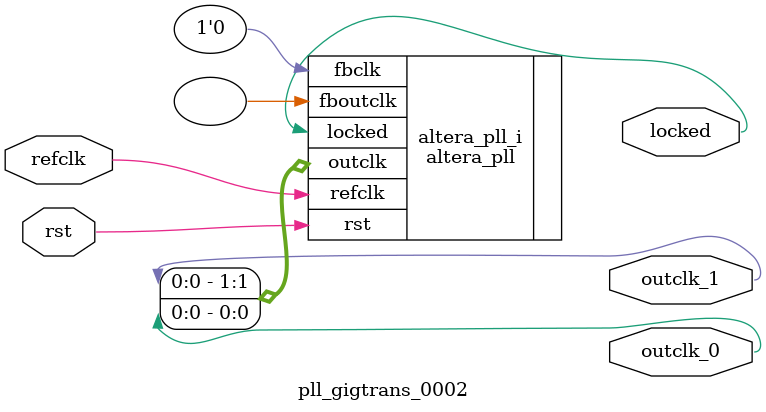
<source format=v>
`timescale 1ns/10ps
module  pll_gigtrans_0002(

	// interface 'refclk'
	input wire refclk,

	// interface 'reset'
	input wire rst,

	// interface 'outclk0'
	output wire outclk_0,

	// interface 'outclk1'
	output wire outclk_1,

	// interface 'locked'
	output wire locked
);

	altera_pll #(
		.fractional_vco_multiplier("false"),
		.reference_clock_frequency("96.0 MHz"),
		.operation_mode("direct"),
		.number_of_clocks(2),
		.output_clock_frequency0("96.000000 MHz"),
		.phase_shift0("0 ps"),
		.duty_cycle0(50),
		.output_clock_frequency1("48.000000 MHz"),
		.phase_shift1("0 ps"),
		.duty_cycle1(50),
		.output_clock_frequency2("0 MHz"),
		.phase_shift2("0 ps"),
		.duty_cycle2(50),
		.output_clock_frequency3("0 MHz"),
		.phase_shift3("0 ps"),
		.duty_cycle3(50),
		.output_clock_frequency4("0 MHz"),
		.phase_shift4("0 ps"),
		.duty_cycle4(50),
		.output_clock_frequency5("0 MHz"),
		.phase_shift5("0 ps"),
		.duty_cycle5(50),
		.output_clock_frequency6("0 MHz"),
		.phase_shift6("0 ps"),
		.duty_cycle6(50),
		.output_clock_frequency7("0 MHz"),
		.phase_shift7("0 ps"),
		.duty_cycle7(50),
		.output_clock_frequency8("0 MHz"),
		.phase_shift8("0 ps"),
		.duty_cycle8(50),
		.output_clock_frequency9("0 MHz"),
		.phase_shift9("0 ps"),
		.duty_cycle9(50),
		.output_clock_frequency10("0 MHz"),
		.phase_shift10("0 ps"),
		.duty_cycle10(50),
		.output_clock_frequency11("0 MHz"),
		.phase_shift11("0 ps"),
		.duty_cycle11(50),
		.output_clock_frequency12("0 MHz"),
		.phase_shift12("0 ps"),
		.duty_cycle12(50),
		.output_clock_frequency13("0 MHz"),
		.phase_shift13("0 ps"),
		.duty_cycle13(50),
		.output_clock_frequency14("0 MHz"),
		.phase_shift14("0 ps"),
		.duty_cycle14(50),
		.output_clock_frequency15("0 MHz"),
		.phase_shift15("0 ps"),
		.duty_cycle15(50),
		.output_clock_frequency16("0 MHz"),
		.phase_shift16("0 ps"),
		.duty_cycle16(50),
		.output_clock_frequency17("0 MHz"),
		.phase_shift17("0 ps"),
		.duty_cycle17(50),
		.pll_type("General"),
		.pll_subtype("General")
	) altera_pll_i (
		.rst	(rst),
		.outclk	({outclk_1, outclk_0}),
		.locked	(locked),
		.fboutclk	( ),
		.fbclk	(1'b0),
		.refclk	(refclk)
	);
endmodule


</source>
